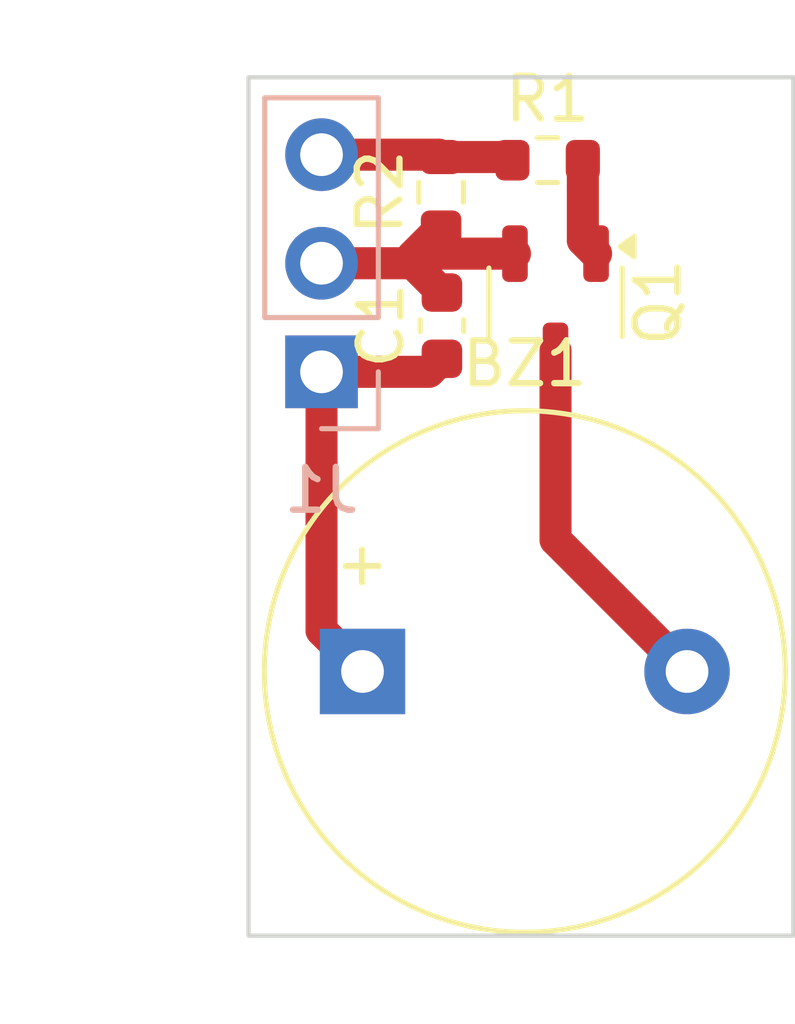
<source format=kicad_pcb>
(kicad_pcb (version 20240108) (generator "pcbnew") (generator_version "8.0")
  (layers (0 "F.Cu" signal) (31 "B.Cu" signal) (34 "B.Paste" user) (35 "F.Paste" user) (36 "B.SilkS" user "B.Silkscreen") (37 "F.SilkS" user "F.Silkscreen") (38 "B.Mask" user) (39 "F.Mask" user) (44 "Edge.Cuts" user))
  (net 0 "")
  (net 1 "+3.3V")
  (net 2 "Net-(BZ1--)")
  (net 3 "GND")
  (net 4 "Net-(J1-Pin_3)")
  (net 5 "Net-(Q1-G)")
  (footprint "Buzzer_Beeper:Buzzer_12x9.5RM7.6" (layer "F.Cu") (at 146.08 114.28)
    (property "Reference" "BZ1" (at 3.8 -7.2 0) (layer "F.SilkS"))
    (property "Value" "Buzzer")
    (fp_circle (center 3.8 0) (end 9.9 0) (stroke (width 0.12)) (fill none) (layer "F.SilkS"))
    (fp_text user "+" (at -0.01 -2.54 0) (layer "F.SilkS"))
    (pad "1" thru_hole rect (at 0 0) (size 2 2) (drill 1) (layers "*.Cu" "*.Mask") (net 1 "+3.3V"))
    (pad "2" thru_hole circle (at 7.6 0) (size 2 2) (drill 1) (layers "*.Cu" "*.Mask") (net 2 "Net-(BZ1--)"))
  )
  (footprint "Resistor_SMD:R_0603_1608Metric" (layer "F.Cu") (at 150.415 102.32)
    (property "Reference" "R1" (at 0 -1.43 360) (layer "F.SilkS"))
    (property "Value" "R")
    (fp_line (start -0.237258 -0.5225) (end 0.237258 -0.5225) (stroke (width 0.12)) (layer "F.SilkS"))
    (fp_line (start -0.237258 0.5225) (end 0.237258 0.5225) (stroke (width 0.12)) (layer "F.SilkS"))
    (pad "1" smd roundrect (at -0.825 0) (size 0.8 0.95) (layers "F.Cu" "F.Paste" "F.Mask") (net 4 "Net-(J1-Pin_3)"))
    (pad "2" smd roundrect (at 0.825 0) (size 0.8 0.95) (layers "F.Cu" "F.Paste" "F.Mask") (net 5 "Net-(Q1-G)"))
  )
  (footprint "Capacitor_SMD:C_0603_1608Metric" (layer "F.Cu") (at 147.94 106.19 90)
    (property "Reference" "C1" (at 0 -1.43 270) (layer "F.SilkS"))
    (property "Value" "C")
    (fp_line (start -0.14058 -0.51) (end 0.14058 -0.51) (stroke (width 0.12)) (layer "F.SilkS"))
    (fp_line (start -0.14058 0.51) (end 0.14058 0.51) (stroke (width 0.12)) (layer "F.SilkS"))
    (pad "1" smd roundrect (at -0.775 0 90) (size 0.9 0.95) (layers "F.Cu" "F.Paste" "F.Mask") (net 1 "+3.3V"))
    (pad "2" smd roundrect (at 0.775 0 90) (size 0.9 0.95) (layers "F.Cu" "F.Paste" "F.Mask") (net 3 "GND"))
  )
  (footprint "Resistor_SMD:R_0603_1608Metric" (layer "F.Cu") (at 147.92 103.07 90)
    (property "Reference" "R2" (at 0 -1.43 270) (layer "F.SilkS"))
    (property "Value" "R")
    (fp_line (start -0.237258 -0.5225) (end 0.237258 -0.5225) (stroke (width 0.12)) (layer "F.SilkS"))
    (fp_line (start -0.237258 0.5225) (end 0.237258 0.5225) (stroke (width 0.12)) (layer "F.SilkS"))
    (pad "1" smd roundrect (at -0.825 0 90) (size 0.8 0.95) (layers "F.Cu" "F.Paste" "F.Mask") (net 3 "GND"))
    (pad "2" smd roundrect (at 0.825 0 90) (size 0.8 0.95) (layers "F.Cu" "F.Paste" "F.Mask") (net 4 "Net-(J1-Pin_3)"))
  )
  (footprint "Package_TO_SOT_SMD:SOT-23-3" (layer "F.Cu") (at 150.6 105.6425 -90)
    (property "Reference" "Q1" (at 0 -2.4 90) (layer "F.SilkS"))
    (property "Value" "BSS138")
    (fp_line (start 0 1.56) (end -0.8 1.56) (stroke (width 0.12)) (layer "F.SilkS"))
    (fp_line (start 0 1.56) (end 0.8 1.56) (stroke (width 0.12)) (layer "F.SilkS"))
    (fp_line (start 0 -1.56) (end -0.8 -1.56) (stroke (width 0.12)) (layer "F.SilkS"))
    (fp_line (start 0 -1.56) (end 0.8 -1.56) (stroke (width 0.12)) (layer "F.SilkS"))
    (fp_poly (pts (xy -1.3 -1.51) (xy -1.54 -1.84) (xy -1.06 -1.84) (xy -1.3 -1.51)) (stroke (width 0.12)) (fill solid) (layer "F.SilkS"))
    (pad "1" smd roundrect (at -1.1375 -0.95 270) (size 1.325 0.6) (layers "F.Cu" "F.Paste" "F.Mask") (net 5 "Net-(Q1-G)"))
    (pad "2" smd roundrect (at -1.1375 0.95 270) (size 1.325 0.6) (layers "F.Cu" "F.Paste" "F.Mask") (net 3 "GND"))
    (pad "3" smd roundrect (at 1.1375 0 270) (size 1.325 0.6) (layers "F.Cu" "F.Paste" "F.Mask") (net 2 "Net-(BZ1--)"))
  )
  (footprint "Connector_PinSocket_2.54mm:PinSocket_1x03_P2.54mm_Vertical" (layer "B.Cu") (at 145.12 107.27)
    (property "Reference" "J1" (at 0 2.77 360) (layer "B.SilkS") (effects (justify mirror)))
    (property "Value" "Conn_01x03_Socket")
    (fp_line (start -1.33 -6.41) (end -1.33 -1.27) (stroke (width 0.12)) (layer "B.SilkS"))
    (fp_line (start 1.33 -6.41) (end -1.33 -6.41) (stroke (width 0.12)) (layer "B.SilkS"))
    (fp_line (start 1.33 -6.41) (end 1.33 -1.27) (stroke (width 0.12)) (layer "B.SilkS"))
    (fp_line (start 1.33 -1.27) (end -1.33 -1.27) (stroke (width 0.12)) (layer "B.SilkS"))
    (fp_line (start 1.33 0) (end 1.33 1.33) (stroke (width 0.12)) (layer "B.SilkS"))
    (fp_line (start 1.33 1.33) (end 0 1.33) (stroke (width 0.12)) (layer "B.SilkS"))
    (pad "1" thru_hole rect (at 0 0) (size 1.7 1.7) (drill 1) (layers "*.Cu" "*.Mask") (net 1 "+3.3V"))
    (pad "2" thru_hole oval (at 0 -2.54) (size 1.7 1.7) (drill 1) (layers "*.Cu" "*.Mask") (net 3 "GND"))
    (pad "3" thru_hole oval (at 0 -5.08) (size 1.7 1.7) (drill 1) (layers "*.Cu" "*.Mask") (net 4 "Net-(J1-Pin_3)"))
  )
  (gr_rect (start 143.41 100.38) (end 156.17 120.46) (stroke (width 0.1)) (fill none) (layer "Edge.Cuts"))
  (segment (start 145.12 113.32) (end 146.08 114.28) (width 0.75) (layer "F.Cu") (net 1))
  (segment (start 147.635 107.27) (end 147.94 106.965) (width 0.75) (layer "F.Cu") (net 1))
  (segment (start 145.12 107.27) (end 147.635 107.27) (width 0.75) (layer "F.Cu") (net 1))
  (segment (start 145.12 107.27) (end 145.12 113.32) (width 0.75) (layer "F.Cu") (net 1))
  (segment (start 150.6 106.78) (end 150.6 111.2) (width 0.75) (layer "F.Cu") (net 2))
  (segment (start 150.6 111.2) (end 153.68 114.28) (width 0.75) (layer "F.Cu") (net 2))
  (segment (start 145.12 104.73) (end 147.255 104.73) (width 0.75) (layer "F.Cu") (net 3))
  (segment (start 147.255 104.73) (end 147.48 104.505) (width 0.75) (layer "F.Cu") (net 3))
  (segment (start 147.48 104.505) (end 149.65 104.505) (width 0.75) (layer "F.Cu") (net 3))
  (segment (start 147.255 104.73) (end 147.255 104.56) (width 0.75) (layer "F.Cu") (net 3))
  (segment (start 147.255 104.73) (end 147.94 105.415) (width 0.75) (layer "F.Cu") (net 3))
  (segment (start 147.255 104.56) (end 147.92 103.895) (width 0.75) (layer "F.Cu") (net 3))
  (segment (start 149.515 102.245) (end 149.59 102.32) (width 0.75) (layer "F.Cu") (net 4))
  (segment (start 147.92 102.245) (end 149.515 102.245) (width 0.75) (layer "F.Cu") (net 4))
  (segment (start 147.865 102.19) (end 147.92 102.245) (width 0.75) (layer "F.Cu") (net 4))
  (segment (start 145.12 102.19) (end 147.865 102.19) (width 0.75) (layer "F.Cu") (net 4))
  (segment (start 151.24 104.195) (end 151.55 104.505) (width 0.75) (layer "F.Cu") (net 5))
  (segment (start 151.24 102.32) (end 151.24 104.195) (width 0.75) (layer "F.Cu") (net 5))
)
</source>
